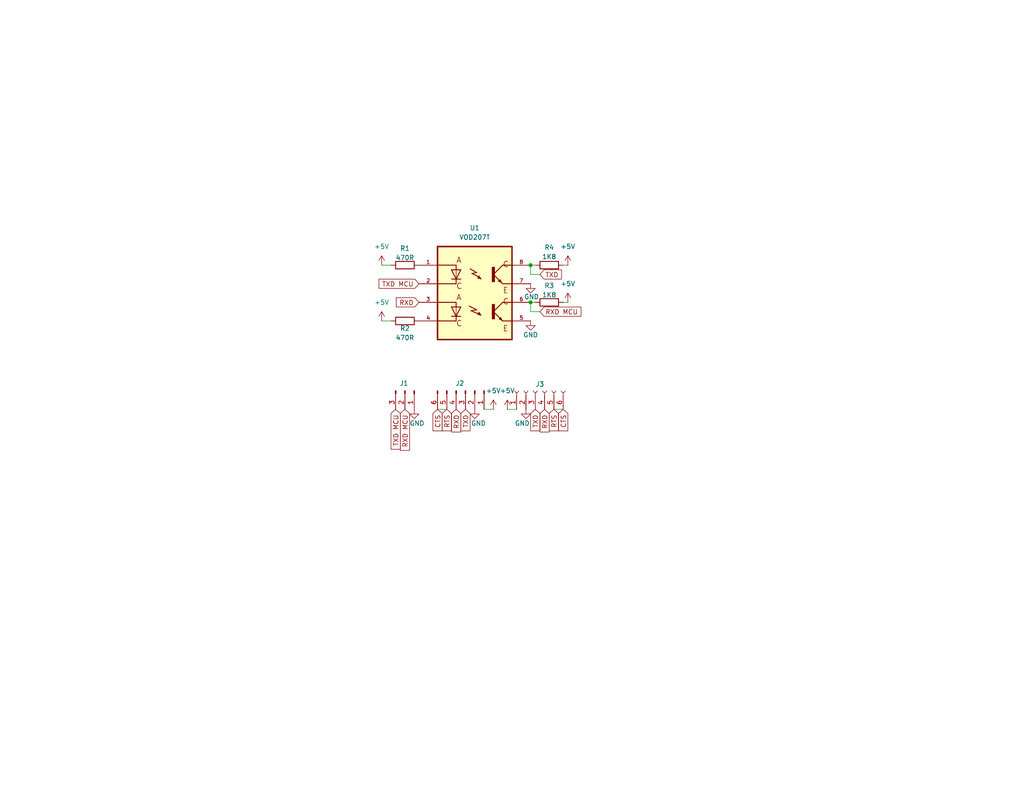
<source format=kicad_sch>
(kicad_sch (version 20231120) (generator "eeschema") (generator_version "8.0")
  (paper "USLetter")
  (title_block (date "2024-10-16"))
  (lib_symbols
    (symbol "Connector:Conn_01x03_Pin" (pin_names (offset 1.016) hide)
      (property "Reference" "J" (at 0 5.08 0))
      (property "Value" "Conn_01x03_Pin" (at 0 -5.08 0))
      (symbol "Conn_01x03_Pin_1_1"
        (polyline (pts (xy 1.27 -2.54) (xy 0.8636 -2.54)) (stroke (width 0.1524)))
        (polyline (pts (xy 1.27 0) (xy 0.8636 0)) (stroke (width 0.1524)))
        (polyline (pts (xy 1.27 2.54) (xy 0.8636 2.54)) (stroke (width 0.1524)))
        (rectangle (start 0.8636 -2.413) (end 0 -2.667) (stroke (width 0.1524)) (fill (type outline)))
        (rectangle (start 0.8636 0.127) (end 0 -0.127) (stroke (width 0.1524)) (fill (type outline)))
        (rectangle (start 0.8636 2.667) (end 0 2.413) (stroke (width 0.1524)) (fill (type outline)))
        (pin passive line (at 5.08 2.54 180) (length 3.81) (name "Pin_1") (number "1"))
        (pin passive line (at 5.08 0 180) (length 3.81) (name "Pin_2") (number "2"))
        (pin passive line (at 5.08 -2.54 180) (length 3.81) (name "Pin_3") (number "3"))
      )
    )
    (symbol "Connector:Conn_01x06_Pin" (pin_names (offset 1.016) hide)
      (property "Reference" "J" (at 0 7.62 0))
      (property "Value" "Conn_01x06_Pin" (at 0 -10.16 0))
      (symbol "Conn_01x06_Pin_1_1"
        (polyline (pts (xy 1.27 -7.62) (xy 0.8636 -7.62)) (stroke (width 0.1524)))
        (polyline (pts (xy 1.27 -5.08) (xy 0.8636 -5.08)) (stroke (width 0.1524)))
        (polyline (pts (xy 1.27 -2.54) (xy 0.8636 -2.54)) (stroke (width 0.1524)))
        (polyline (pts (xy 1.27 0) (xy 0.8636 0)) (stroke (width 0.1524)))
        (polyline (pts (xy 1.27 2.54) (xy 0.8636 2.54)) (stroke (width 0.1524)))
        (polyline (pts (xy 1.27 5.08) (xy 0.8636 5.08)) (stroke (width 0.1524)))
        (rectangle (start 0.8636 -7.493) (end 0 -7.747) (stroke (width 0.1524)) (fill (type outline)))
        (rectangle (start 0.8636 -4.953) (end 0 -5.207) (stroke (width 0.1524)) (fill (type outline)))
        (rectangle (start 0.8636 -2.413) (end 0 -2.667) (stroke (width 0.1524)) (fill (type outline)))
        (rectangle (start 0.8636 0.127) (end 0 -0.127) (stroke (width 0.1524)) (fill (type outline)))
        (rectangle (start 0.8636 2.667) (end 0 2.413) (stroke (width 0.1524)) (fill (type outline)))
        (rectangle (start 0.8636 5.207) (end 0 4.953) (stroke (width 0.1524)) (fill (type outline)))
        (pin passive line (at 5.08 5.08 180) (length 3.81) (name "Pin_1") (number "1"))
        (pin passive line (at 5.08 2.54 180) (length 3.81) (name "Pin_2") (number "2"))
        (pin passive line (at 5.08 0 180) (length 3.81) (name "Pin_3") (number "3"))
        (pin passive line (at 5.08 -2.54 180) (length 3.81) (name "Pin_4") (number "4"))
        (pin passive line (at 5.08 -5.08 180) (length 3.81) (name "Pin_5") (number "5"))
        (pin passive line (at 5.08 -7.62 180) (length 3.81) (name "Pin_6") (number "6"))
      )
    )
    (symbol "Connector:Conn_01x06_Socket" (pin_names (offset 1.016) hide)
      (property "Reference" "J" (at 0 7.62 0))
      (property "Value" "Conn_01x06_Socket" (at 0 -10.16 0))
      (symbol "Conn_01x06_Socket_1_1"
        (arc (start 0 -7.112) (mid -0.5058 -7.62) (end 0 -8.128) (stroke (width 0.1524)))
        (arc (start 0 -4.572) (mid -0.5058 -5.08) (end 0 -5.588) (stroke (width 0.1524)))
        (arc (start 0 -2.032) (mid -0.5058 -2.54) (end 0 -3.048) (stroke (width 0.1524)))
        (polyline (pts (xy -1.27 -7.62) (xy -0.508 -7.62)) (stroke (width 0.1524)))
        (polyline (pts (xy -1.27 -5.08) (xy -0.508 -5.08)) (stroke (width 0.1524)))
        (polyline (pts (xy -1.27 -2.54) (xy -0.508 -2.54)) (stroke (width 0.1524)))
        (polyline (pts (xy -1.27 0) (xy -0.508 0)) (stroke (width 0.1524)))
        (polyline (pts (xy -1.27 2.54) (xy -0.508 2.54)) (stroke (width 0.1524)))
        (polyline (pts (xy -1.27 5.08) (xy -0.508 5.08)) (stroke (width 0.1524)))
        (arc (start 0 0.508) (mid -0.5058 0) (end 0 -0.508) (stroke (width 0.1524)))
        (arc (start 0 3.048) (mid -0.5058 2.54) (end 0 2.032) (stroke (width 0.1524)))
        (arc (start 0 5.588) (mid -0.5058 5.08) (end 0 4.572) (stroke (width 0.1524)))
        (pin passive line (at -5.08 5.08 0) (length 3.81) (name "Pin_1") (number "1"))
        (pin passive line (at -5.08 2.54 0) (length 3.81) (name "Pin_2") (number "2"))
        (pin passive line (at -5.08 0 0) (length 3.81) (name "Pin_3") (number "3"))
        (pin passive line (at -5.08 -2.54 0) (length 3.81) (name "Pin_4") (number "4"))
        (pin passive line (at -5.08 -5.08 0) (length 3.81) (name "Pin_5") (number "5"))
        (pin passive line (at -5.08 -7.62 0) (length 3.81) (name "Pin_6") (number "6"))
      )
    )
    (symbol "Device:R" (pin_numbers hide) (pin_names (offset 0))
      (property "Reference" "R" (at 2.032 0 90))
      (property "Value" "R" (at 0 0 90))
      (symbol "R_0_1"
        (rectangle (start -1.016 -2.54) (end 1.016 2.54) (stroke (width 0.254)))
      )
      (symbol "R_1_1"
        (pin passive line (at 0 3.81 270) (length 1.27) (name "~") (number "1"))
        (pin passive line (at 0 -3.81 90) (length 1.27) (name "~") (number "2"))
      )
    )
    (symbol "VOD207T:VOD207T" (pin_names (offset 1.016))
      (property "Reference" "U" (at -5.0899 13.2337 0))
      (property "Value" "VOD207T" (at -5.0862 -15.2587 0))
      (symbol "VOD207T_0_0"
        (rectangle (start -10.16 -12.7) (end 10.16 12.7) (stroke (width 0.4064)) (fill (type background)))
        (polyline (pts (xy -5.08 -7.62) (xy -10.16 -7.62)) (stroke (width 0.254)))
        (polyline (pts (xy -5.08 -6.35) (xy -6.35 -6.35)) (stroke (width 0.254)))
        (polyline (pts (xy -5.08 -6.35) (xy -6.35 -3.81)) (stroke (width 0.254)))
        (polyline (pts (xy -5.08 -6.35) (xy -5.08 -7.62)) (stroke (width 0.254)))
        (polyline (pts (xy -5.08 -3.81) (xy -6.35 -3.81)) (stroke (width 0.254)))
        (polyline (pts (xy -5.08 -3.81) (xy -5.08 -6.35)) (stroke (width 0.1524)))
        (polyline (pts (xy -5.08 -3.81) (xy -5.08 -2.54)) (stroke (width 0.254)))
        (polyline (pts (xy -5.08 -2.54) (xy -10.16 -2.54)) (stroke (width 0.254)))
        (polyline (pts (xy -5.08 2.54) (xy -10.16 2.54)) (stroke (width 0.254)))
        (polyline (pts (xy -5.08 3.81) (xy -6.35 3.81)) (stroke (width 0.254)))
        (polyline (pts (xy -5.08 3.81) (xy -6.35 6.35)) (stroke (width 0.254)))
        (polyline (pts (xy -5.08 3.81) (xy -5.08 2.54)) (stroke (width 0.254)))
        (polyline (pts (xy -5.08 6.35) (xy -6.35 6.35)) (stroke (width 0.254)))
        (polyline (pts (xy -5.08 6.35) (xy -5.08 3.81)) (stroke (width 0.1524)))
        (polyline (pts (xy -5.08 6.35) (xy -5.08 7.62)) (stroke (width 0.254)))
        (polyline (pts (xy -5.08 7.62) (xy -10.16 7.62)) (stroke (width 0.254)))
        (polyline (pts (xy -3.81 -6.35) (xy -5.08 -6.35)) (stroke (width 0.254)))
        (polyline (pts (xy -3.81 -3.81) (xy -5.08 -6.35)) (stroke (width 0.254)))
        (polyline (pts (xy -3.81 -3.81) (xy -5.08 -3.81)) (stroke (width 0.254)))
        (polyline (pts (xy -3.81 3.81) (xy -5.08 3.81)) (stroke (width 0.254)))
        (polyline (pts (xy -3.81 6.35) (xy -5.08 3.81)) (stroke (width 0.254)))
        (polyline (pts (xy -3.81 6.35) (xy -5.08 6.35)) (stroke (width 0.254)))
        (polyline (pts (xy -1.524 -3.556) (xy 0.508 -4.572)) (stroke (width 0.254)))
        (polyline (pts (xy -1.27 6.604) (xy 0.508 5.588)) (stroke (width 0.254)))
        (polyline (pts (xy -1.016 -4.826) (xy 0.508 -4.572)) (stroke (width 0.254)))
        (polyline (pts (xy -1.016 -4.826) (xy 0.762 -5.588)) (stroke (width 0.254)))
        (polyline (pts (xy -0.762 5.334) (xy 0.508 5.588)) (stroke (width 0.254)))
        (polyline (pts (xy -0.762 5.334) (xy 0.762 4.572)) (stroke (width 0.254)))
        (polyline (pts (xy 5.08 -5.08) (xy 7.62 -7.62)) (stroke (width 0.254)))
        (polyline (pts (xy 5.08 5.08) (xy 7.62 2.54)) (stroke (width 0.254)))
        (polyline (pts (xy 7.62 -7.62) (xy 10.16 -7.62)) (stroke (width 0.254)))
        (polyline (pts (xy 7.62 -2.54) (xy 5.08 -5.08)) (stroke (width 0.254)))
        (polyline (pts (xy 7.62 -2.54) (xy 10.16 -2.54)) (stroke (width 0.254)))
        (polyline (pts (xy 7.62 2.54) (xy 10.16 2.54)) (stroke (width 0.254)))
        (polyline (pts (xy 7.62 7.62) (xy 5.08 5.08)) (stroke (width 0.254)))
        (polyline (pts (xy 7.62 7.62) (xy 10.16 7.62)) (stroke (width 0.254)))
        (polyline (pts (xy 1.143 -5.207) (xy 1.778 -6.096) (xy 0.762 -5.842) (xy 1.143 -5.207)) (stroke (width 0.1524)) (fill (type outline)))
        (polyline (pts (xy 1.143 4.699) (xy 1.778 3.81) (xy 0.762 4.064) (xy 1.143 4.699)) (stroke (width 0.1524)) (fill (type outline)))
        (polyline (pts (xy 6.985 3.683) (xy 7.366 2.794) (xy 6.35 3.302) (xy 6.985 3.683)) (stroke (width 0.1524)) (fill (type outline)))
        (polyline (pts (xy 7.493 -7.493) (xy 7.112 -6.604) (xy 6.604 -7.112) (xy 7.493 -7.493)) (stroke (width 0.1524)) (fill (type outline)))
        (arc (start 1.016 4.318) (mid 0.9065 4.4686) (end 0.762 4.572) (stroke (width 0.254)))
        (rectangle (start 4.7037 3.0511) (end 5.461 7.112) (stroke (width 0.1)) (fill (type outline)))
        (rectangle (start 4.7053 -7.1215) (end 5.461 -3.048) (stroke (width 0.1)) (fill (type outline)))
        (text "A" (at -5.0869 -2.0347 0) (effects (font (size 1.5261 1.5261)) (justify left bottom)))
        (text "A" (at -5.0832 8.1332 0) (effects (font (size 1.525 1.525)) (justify left bottom)))
        (text "C" (at -5.0895 -9.1611 0) (effects (font (size 1.5269 1.5269)) (justify left bottom)))
        (text "C" (at -5.0838 1.0168 0) (effects (font (size 1.5252 1.5252)) (justify left bottom)))
        (text "C" (at 7.6265 7.8807 0) (effects (font (size 1.5253 1.5253)) (justify left)))
        (text "C" (at 7.6335 -2.2901 0) (effects (font (size 1.5267 1.5267)) (justify left)))
        (text "E" (at 7.6237 -9.6566 0) (effects (font (size 1.5247 1.5247)) (justify left)))
        (text "E" (at 7.631 0.7631 0) (effects (font (size 1.5262 1.5262)) (justify left)))
        (pin passive line (at -15.24 7.62 0) (length 5.08) (name "~") (number "1"))
        (pin passive line (at -15.24 2.54 0) (length 5.08) (name "~") (number "2"))
        (pin passive line (at -15.24 -2.54 0) (length 5.08) (name "~") (number "3"))
        (pin passive line (at -15.24 -7.62 0) (length 5.08) (name "~") (number "4"))
        (pin passive line (at 15.24 -7.62 180) (length 5.08) (name "~") (number "5"))
        (pin passive line (at 15.24 -2.54 180) (length 5.08) (name "~") (number "6"))
        (pin passive line (at 15.24 2.54 180) (length 5.08) (name "~") (number "7"))
        (pin passive line (at 15.24 7.62 180) (length 5.08) (name "~") (number "8"))
      )
    )
    (symbol "power:+5V" (power) (pin_numbers hide) (pin_names (offset 0) hide)
      (property "Value" "+5V" (at 0 3.556 0))
      (symbol "+5V_0_1"
        (polyline (pts (xy -0.762 1.27) (xy 0 2.54)))
        (polyline (pts (xy 0 0) (xy 0 2.54)))
        (polyline (pts (xy 0 2.54) (xy 0.762 1.27)))
      )
      (symbol "+5V_1_1"
        (pin power_in line (at 0 0 90) (length 0) (name "~") (number "1"))
      )
    )
    (symbol "power:GND" (power) (pin_numbers hide) (pin_names (offset 0) hide)
      (property "Value" "GND" (at 0 -3.81 0))
      (symbol "GND_0_1"
        (polyline (pts (xy 0 0) (xy 0 -1.27) (xy 1.27 -1.27) (xy 0 -2.54) (xy -1.27 -1.27) (xy 0 -1.27)))
      )
      (symbol "GND_1_1"
        (pin power_in line (at 0 0 270) (length 0) (name "~") (number "1"))
      )
    )
  )
  (junction (at 144.78 72.39))
  (junction (at 144.78 82.55))
  (wire (pts (xy 104.14 72.39) (xy 106.68 72.39)))
  (wire (pts (xy 132.08 111.76) (xy 134.62 111.76)))
  (wire (pts (xy 144.78 74.93) (xy 144.78 72.39)))
  (wire (pts (xy 146.05 72.39) (xy 144.78 72.39)))
  (wire (pts (xy 104.14 87.63) (xy 106.68 87.63)))
  (wire (pts (xy 138.43 111.76) (xy 140.97 111.76)))
  (wire (pts (xy 144.78 85.09) (xy 144.78 82.55)))
  (wire (pts (xy 146.05 82.55) (xy 144.78 82.55)))
  (wire (pts (xy 151.13 111.76) (xy 153.67 111.76)))
  (wire (pts (xy 119.38 111.76) (xy 121.92 111.76)))
  (wire (pts (xy 153.67 72.39) (xy 154.94 72.39)))
  (wire (pts (xy 147.32 85.09) (xy 144.78 85.09)))
  (wire (pts (xy 147.32 74.93) (xy 144.78 74.93)))
  (wire (pts (xy 153.67 82.55) (xy 154.94 82.55)))
  (global_label "TXD MCU" (shape input) (at 114.3 77.47 180) (property "Intersheetrefs" "${INTERSHEET_REFS}" (effects (hide yes))))
  (global_label "TXD" (shape input) (at 146.05 111.76 270) (property "Intersheetrefs" "${INTERSHEET_REFS}" (effects (hide yes))))
  (global_label "RXD" (shape input) (at 124.46 111.76 270) (property "Intersheetrefs" "${INTERSHEET_REFS}" (effects (hide yes))))
  (global_label "CTS" (shape input) (at 119.38 111.76 270) (property "Intersheetrefs" "${INTERSHEET_REFS}" (effects (hide yes))))
  (global_label "RXD MCU" (shape input) (at 147.32 85.09 0) (property "Intersheetrefs" "${INTERSHEET_REFS}" (effects (hide yes))))
  (global_label "TXD MCU" (shape input) (at 107.95 111.76 270) (property "Intersheetrefs" "${INTERSHEET_REFS}" (effects (hide yes))))
  (global_label "RTS" (shape input) (at 151.13 111.76 270) (property "Intersheetrefs" "${INTERSHEET_REFS}" (effects (hide yes))))
  (global_label "CTS" (shape input) (at 153.67 111.76 270) (property "Intersheetrefs" "${INTERSHEET_REFS}" (effects (hide yes))))
  (global_label "RXD" (shape input) (at 114.3 82.55 180) (property "Intersheetrefs" "${INTERSHEET_REFS}" (effects (hide yes))))
  (global_label "RTS" (shape input) (at 121.92 111.76 270) (property "Intersheetrefs" "${INTERSHEET_REFS}" (effects (hide yes))))
  (global_label "RXD MCU" (shape input) (at 110.49 111.76 270) (property "Intersheetrefs" "${INTERSHEET_REFS}" (effects (hide yes))))
  (global_label "RXD" (shape input) (at 148.59 111.76 270) (property "Intersheetrefs" "${INTERSHEET_REFS}" (effects (hide yes))))
  (global_label "TXD" (shape input) (at 147.32 74.93 0) (property "Intersheetrefs" "${INTERSHEET_REFS}" (effects (hide yes))))
  (global_label "TXD" (shape input) (at 127 111.76 270) (property "Intersheetrefs" "${INTERSHEET_REFS}" (effects (hide yes))))
  (symbol (lib_id "Device:R") (at 110.49 87.63 90) (unit 1)
    (property "Reference" "R2" (at 110.49 89.662 90))
    (property "Value" "470R" (at 110.49 92.202 90))
    (property "Footprint" "Resistor_SMD:R_0402_1005Metric" (effects (hide yes)))
    (property "Description" "Resistor" (effects (hide yes)))
  )
  (symbol (lib_id "power:+5V") (at 134.62 111.76 0) (unit 1)
    (property "Reference" "#PWR010" (effects (hide yes)))
    (property "Value" "+5V" (at 134.62 106.68 0))
    (property "Description" "Power symbol creates a global label with name \"+5V\"" (effects (hide yes)))
  )
  (symbol (lib_id "power:+5V") (at 104.14 72.39 0) (unit 1)
    (property "Reference" "#PWR01" (effects (hide yes)))
    (property "Value" "+5V" (at 104.14 67.31 0))
    (property "Description" "Power symbol creates a global label with name \"+5V\"" (effects (hide yes)))
  )
  (symbol (lib_id "power:+5V") (at 138.43 111.76 0) (unit 1)
    (property "Reference" "#PWR011" (effects (hide yes)))
    (property "Value" "+5V" (at 138.43 106.68 0))
    (property "Description" "Power symbol creates a global label with name \"+5V\"" (effects (hide yes)))
  )
  (symbol (lib_id "power:GND") (at 143.51 111.76 0) (unit 1)
    (property "Reference" "#PWR09" (effects (hide yes)))
    (property "Value" "GND" (at 142.494 115.57 0))
    (property "Description" "Power symbol creates a global label with name \"GND\" , ground" (effects (hide yes)))
  )
  (symbol (lib_id "power:GND") (at 144.78 87.63 0) (unit 1)
    (property "Reference" "#PWR06" (effects (hide yes)))
    (property "Value" "GND" (at 144.78 91.44 0))
    (property "Description" "Power symbol creates a global label with name \"GND\" , ground" (effects (hide yes)))
  )
  (symbol (lib_id "power:+5V") (at 104.14 87.63 0) (unit 1)
    (property "Reference" "#PWR02" (effects (hide yes)))
    (property "Value" "+5V" (at 104.14 82.55 0))
    (property "Description" "Power symbol creates a global label with name \"+5V\"" (effects (hide yes)))
  )
  (symbol (lib_id "Connector:Conn_01x03_Pin") (at 110.49 106.68 270) (unit 1)
    (property "Reference" "J1" (at 110.236 104.648 90))
    (property "Value" "Conn_01x03_Pin" (effects (hide yes)))
    (property "Footprint" "Connector_PinHeader_2.54mm:PinHeader_1x03_P2.54mm_Vertical" (effects (hide yes)))
    (property "Description" "Generic connector, single row, 01x03, script generated" (effects (hide yes)))
  )
  (symbol (lib_id "Device:R") (at 149.86 82.55 90) (unit 1)
    (property "Reference" "R3" (at 149.86 77.978 90))
    (property "Value" "1K8" (at 149.86 80.518 90))
    (property "Footprint" "Resistor_SMD:R_0402_1005Metric" (effects (hide yes)))
    (property "Description" "Resistor" (effects (hide yes)))
  )
  (symbol (lib_id "power:GND") (at 129.54 111.76 0) (unit 1)
    (property "Reference" "#PWR08" (effects (hide yes)))
    (property "Value" "GND" (at 130.556 115.57 0))
    (property "Description" "Power symbol creates a global label with name \"GND\" , ground" (effects (hide yes)))
  )
  (symbol (lib_id "VOD207T:VOD207T") (at 129.54 80.01 0) (unit 1)
    (property "Reference" "U1" (at 129.54 62.23 0))
    (property "Value" "VOD207T" (at 129.54 64.77 0))
    (property "Footprint" "VOD207T:SOIC127P610X331-8N" (effects (hide yes)))
    (property "MF" "Vishay Semiconductor" (effects (hide yes)))
    (property "Description_1" "\nOptoisolator Transistor Output 4000Vrms 2 Channel 8-SOIC\n" (effects (hide yes)))
    (property "Package" "SOIC-8 Vishay" (effects (hide yes)))
    (property "Price" "None" (effects (hide yes)))
    (property "Check_prices" "https://www.snapeda.com/parts/VOD207T/Vishay+Semiconductor+Opto+Division/view-part/?ref=eda" (effects (hide yes)))
    (property "SnapEDA_Link" "https://www.snapeda.com/parts/VOD207T/Vishay+Semiconductor+Opto+Division/view-part/?ref=snap" (effects (hide yes)))
    (property "MP" "VOD207T" (effects (hide yes)))
    (property "Availability" "In Stock" (effects (hide yes)))
    (property "MANUFACTURER" "Vishay" (effects (hide yes)))
  )
  (symbol (lib_id "power:GND") (at 113.03 111.76 0) (unit 1)
    (property "Reference" "#PWR07" (effects (hide yes)))
    (property "Value" "GND" (at 113.792 115.57 0))
    (property "Description" "Power symbol creates a global label with name \"GND\" , ground" (effects (hide yes)))
  )
  (symbol (lib_id "Connector:Conn_01x06_Socket") (at 146.05 106.68 90) (unit 1)
    (property "Reference" "J3" (at 147.32 104.902 90))
    (property "Value" "Conn_01x06_Socket" (effects (hide yes)))
    (property "Footprint" "Connector_PinHeader_2.54mm:PinHeader_1x06_P2.54mm_Horizontal" (effects (hide yes)))
    (property "Description" "Generic connector, single row, 01x06, script generated" (effects (hide yes)))
  )
  (symbol (lib_id "Device:R") (at 149.86 72.39 90) (unit 1)
    (property "Reference" "R4" (at 149.86 67.564 90))
    (property "Value" "1K8" (at 149.86 70.104 90))
    (property "Footprint" "Resistor_SMD:R_0402_1005Metric" (effects (hide yes)))
    (property "Description" "Resistor" (effects (hide yes)))
  )
  (symbol (lib_id "Device:R") (at 110.49 72.39 90) (unit 1)
    (property "Reference" "R1" (at 110.49 67.818 90))
    (property "Value" "470R" (at 110.49 70.358 90))
    (property "Footprint" "Resistor_SMD:R_0402_1005Metric" (effects (hide yes)))
    (property "Description" "Resistor" (effects (hide yes)))
  )
  (symbol (lib_id "power:+5V") (at 154.94 72.39 0) (unit 1)
    (property "Reference" "#PWR03" (effects (hide yes)))
    (property "Value" "+5V" (at 154.94 67.31 0))
    (property "Description" "Power symbol creates a global label with name \"+5V\"" (effects (hide yes)))
  )
  (symbol (lib_id "Connector:Conn_01x06_Pin") (at 127 106.68 270) (unit 1)
    (property "Reference" "J2" (at 125.476 104.648 90))
    (property "Value" "Conn_01x06_Pin" (effects (hide yes)))
    (property "Footprint" "Connector_PinHeader_2.54mm:PinHeader_1x06_P2.54mm_Vertical" (effects (hide yes)))
    (property "Description" "Generic connector, single row, 01x06, script generated" (effects (hide yes)))
  )
  (symbol (lib_id "power:GND") (at 144.78 77.47 0) (unit 1)
    (property "Reference" "#PWR05" (effects (hide yes)))
    (property "Value" "GND" (at 145.034 81.026 0))
    (property "Description" "Power symbol creates a global label with name \"GND\" , ground" (effects (hide yes)))
  )
  (symbol (lib_id "power:+5V") (at 154.94 82.55 0) (unit 1)
    (property "Reference" "#PWR04" (effects (hide yes)))
    (property "Value" "+5V" (at 154.94 77.47 0))
    (property "Description" "Power symbol creates a global label with name \"+5V\"" (effects (hide yes)))
  )
)
</source>
